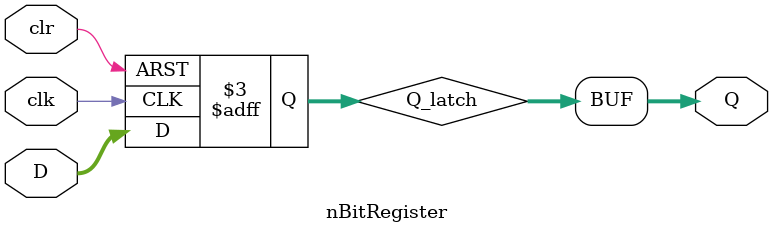
<source format=sv>
module nBitRegister #(parameter W = 4) (
  input [W-1:0] D,
  input clk,
  input clr,
  output [W-1:0] Q
);
  assign Q = Q_latch;
  reg [W-1:0] Q_latch;
  
  always_ff @ (negedge clk, negedge clr)
  begin
    if(~clr) Q_latch <= 0;
    else Q_latch <= D;
  end
endmodule
</source>
